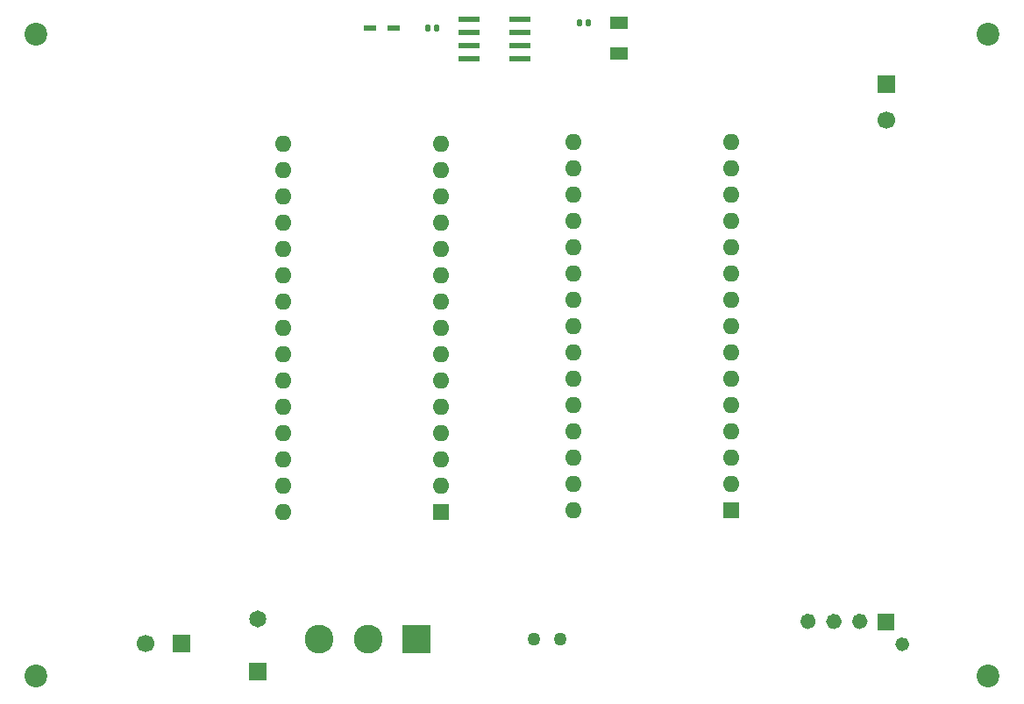
<source format=gbs>
%TF.GenerationSoftware,KiCad,Pcbnew,6.0.10-86aedd382b~118~ubuntu18.04.1*%
%TF.CreationDate,2023-06-08T12:45:09-07:00*%
%TF.ProjectId,1000026_V0.kicad_pcb,31303030-3032-4365-9f56-302e6b696361,rev?*%
%TF.SameCoordinates,Original*%
%TF.FileFunction,Soldermask,Bot*%
%TF.FilePolarity,Negative*%
%FSLAX46Y46*%
G04 Gerber Fmt 4.6, Leading zero omitted, Abs format (unit mm)*
G04 Created by KiCad (PCBNEW 6.0.10-86aedd382b~118~ubuntu18.04.1) date 2023-06-08 12:45:09*
%MOMM*%
%LPD*%
G01*
G04 APERTURE LIST*
G04 Aperture macros list*
%AMRoundRect*
0 Rectangle with rounded corners*
0 $1 Rounding radius*
0 $2 $3 $4 $5 $6 $7 $8 $9 X,Y pos of 4 corners*
0 Add a 4 corners polygon primitive as box body*
4,1,4,$2,$3,$4,$5,$6,$7,$8,$9,$2,$3,0*
0 Add four circle primitives for the rounded corners*
1,1,$1+$1,$2,$3*
1,1,$1+$1,$4,$5*
1,1,$1+$1,$6,$7*
1,1,$1+$1,$8,$9*
0 Add four rect primitives between the rounded corners*
20,1,$1+$1,$2,$3,$4,$5,0*
20,1,$1+$1,$4,$5,$6,$7,0*
20,1,$1+$1,$6,$7,$8,$9,0*
20,1,$1+$1,$8,$9,$2,$3,0*%
G04 Aperture macros list end*
%ADD10C,0.751200*%
%ADD11C,0.676200*%
%ADD12C,0.010000*%
%ADD13R,1.600000X1.600000*%
%ADD14O,1.600000X1.600000*%
%ADD15C,2.200000*%
%ADD16R,1.700000X1.700000*%
%ADD17C,1.700000*%
%ADD18R,1.651000X1.651000*%
%ADD19C,1.651000*%
%ADD20C,1.200000*%
%ADD21R,2.775000X2.775000*%
%ADD22C,2.775000*%
%ADD23C,1.270000*%
%ADD24RoundRect,0.075600X0.194400X-0.224400X0.194400X0.224400X-0.194400X0.224400X-0.194400X-0.224400X0*%
%ADD25R,1.820000X1.160000*%
%ADD26RoundRect,0.075600X-0.194400X0.224400X-0.194400X-0.224400X0.194400X-0.224400X0.194400X0.224400X0*%
%ADD27RoundRect,0.041300X0.943700X0.253700X-0.943700X0.253700X-0.943700X-0.253700X0.943700X-0.253700X0*%
%ADD28R,1.157199X0.466400*%
G04 APERTURE END LIST*
D10*
%TO.C,J1*%
X176190400Y-113951000D02*
G75*
G03*
X176190400Y-113951000I-375600J0D01*
G01*
D11*
X185252900Y-116151000D02*
G75*
G03*
X185252900Y-116151000I-338100J0D01*
G01*
D10*
X181190400Y-113951000D02*
G75*
G03*
X181190400Y-113951000I-375600J0D01*
G01*
X178690400Y-113951000D02*
G75*
G03*
X178690400Y-113951000I-375600J0D01*
G01*
G36*
X184066000Y-114702200D02*
G01*
X182563600Y-114702200D01*
X182563600Y-113199800D01*
X184066000Y-113199800D01*
X184066000Y-114702200D01*
G37*
D12*
X184066000Y-114702200D02*
X182563600Y-114702200D01*
X182563600Y-113199800D01*
X184066000Y-113199800D01*
X184066000Y-114702200D01*
%TD*%
D13*
%TO.C,A2*%
X140364800Y-103413200D03*
D14*
X140364800Y-100873200D03*
X140364800Y-98333200D03*
X140364800Y-95793200D03*
X140364800Y-93253200D03*
X140364800Y-90713200D03*
X140364800Y-88173200D03*
X140364800Y-85633200D03*
X140364800Y-83093200D03*
X140364800Y-80553200D03*
X140364800Y-78013200D03*
X140364800Y-75473200D03*
X140364800Y-72933200D03*
X140364800Y-70393200D03*
X140364800Y-67853200D03*
X125124800Y-67853200D03*
X125124800Y-70393200D03*
X125124800Y-72933200D03*
X125124800Y-75473200D03*
X125124800Y-78013200D03*
X125124800Y-80553200D03*
X125124800Y-83093200D03*
X125124800Y-85633200D03*
X125124800Y-88173200D03*
X125124800Y-90713200D03*
X125124800Y-93253200D03*
X125124800Y-95793200D03*
X125124800Y-98333200D03*
X125124800Y-100873200D03*
X125124800Y-103413200D03*
%TD*%
D15*
%TO.C,H1*%
X101239800Y-57213200D03*
%TD*%
%TO.C,H3*%
X101239800Y-119213200D03*
%TD*%
%TO.C,H2*%
X193239800Y-57213200D03*
%TD*%
D16*
%TO.C,J5*%
X183373800Y-62063200D03*
D17*
X183373800Y-65563201D03*
%TD*%
D13*
%TO.C,A1*%
X168415300Y-103211200D03*
D14*
X168415300Y-100671200D03*
X168415300Y-98131200D03*
X168415300Y-95591200D03*
X168415300Y-93051200D03*
X168415300Y-90511200D03*
X168415300Y-87971200D03*
X168415300Y-85431200D03*
X168415300Y-82891200D03*
X168415300Y-80351200D03*
X168415300Y-77811200D03*
X168415300Y-75271200D03*
X168415300Y-72731200D03*
X168415300Y-70191200D03*
X168415300Y-67651200D03*
X153175300Y-67651200D03*
X153175300Y-70191200D03*
X153175300Y-72731200D03*
X153175300Y-75271200D03*
X153175300Y-77811200D03*
X153175300Y-80351200D03*
X153175300Y-82891200D03*
X153175300Y-85431200D03*
X153175300Y-87971200D03*
X153175300Y-90511200D03*
X153175300Y-93051200D03*
X153175300Y-95591200D03*
X153175300Y-98131200D03*
X153175300Y-100671200D03*
X153175300Y-103211200D03*
%TD*%
D16*
%TO.C,J3*%
X115301291Y-116053151D03*
D17*
X111801290Y-116053151D03*
%TD*%
D18*
%TO.C,F1*%
X122667800Y-118813200D03*
D19*
X122667800Y-113733200D03*
%TD*%
D20*
%TO.C,J1*%
X184914800Y-116151000D03*
%TD*%
D21*
%TO.C,S1*%
X138035800Y-115657200D03*
D22*
X133335800Y-115657200D03*
X128635800Y-115657200D03*
%TD*%
D23*
%TO.C,LED1*%
X151877800Y-115657200D03*
X149337800Y-115657200D03*
%TD*%
D15*
%TO.C,H4*%
X193239800Y-119213200D03*
%TD*%
D24*
%TO.C,C5*%
X139919800Y-56688200D03*
X139059800Y-56688200D03*
%TD*%
D25*
%TO.C,C1*%
X157589800Y-59088200D03*
X157589800Y-56138200D03*
%TD*%
D26*
%TO.C,C4*%
X153709800Y-56163200D03*
X154569800Y-56163200D03*
%TD*%
D27*
%TO.C,U2*%
X148000374Y-55840200D03*
X148000374Y-57110200D03*
X148000374Y-58380200D03*
X148000374Y-59650200D03*
X143050374Y-59650200D03*
X143050374Y-58380200D03*
X143050374Y-57110200D03*
X143050374Y-55840200D03*
%TD*%
D28*
%TO.C,D2*%
X133509500Y-56688200D03*
X135770100Y-56688200D03*
%TD*%
M02*

</source>
